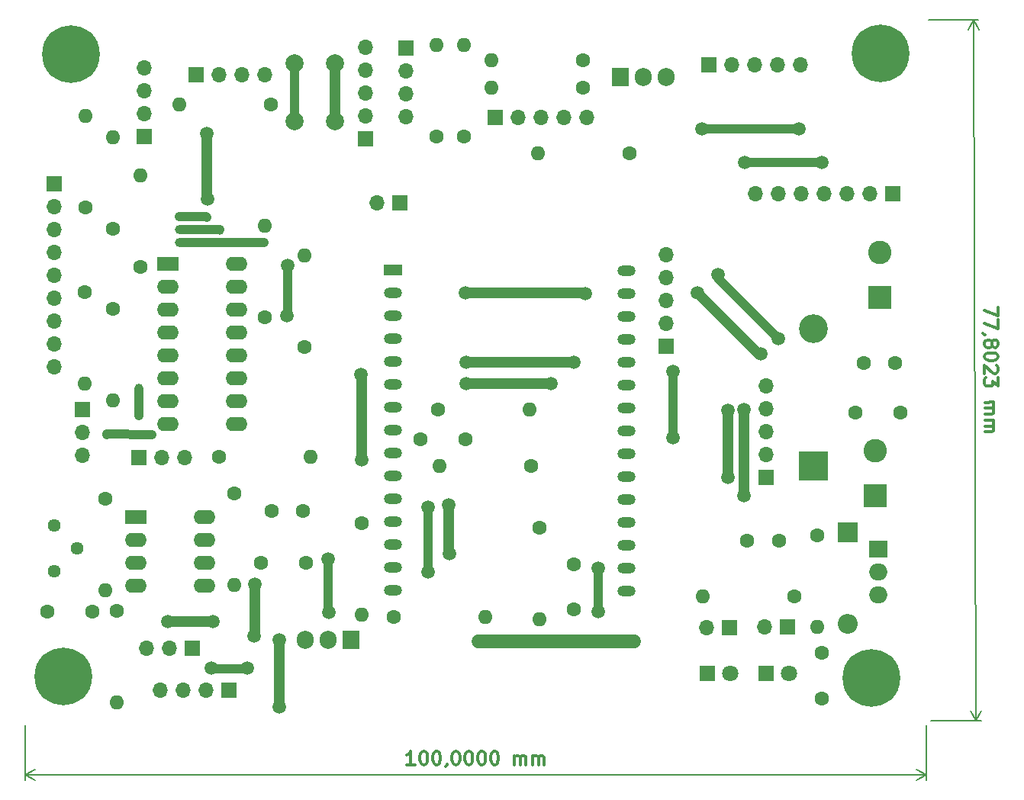
<source format=gbr>
%TF.GenerationSoftware,KiCad,Pcbnew,8.0.6*%
%TF.CreationDate,2024-11-06T08:04:58-03:00*%
%TF.ProjectId,EME,454d452e-6b69-4636-9164-5f7063625858,1.0*%
%TF.SameCoordinates,Original*%
%TF.FileFunction,Copper,L1,Top*%
%TF.FilePolarity,Positive*%
%FSLAX46Y46*%
G04 Gerber Fmt 4.6, Leading zero omitted, Abs format (unit mm)*
G04 Created by KiCad (PCBNEW 8.0.6) date 2024-11-06 08:04:58*
%MOMM*%
%LPD*%
G01*
G04 APERTURE LIST*
%ADD10C,0.300000*%
%TA.AperFunction,NonConductor*%
%ADD11C,0.300000*%
%TD*%
%TA.AperFunction,NonConductor*%
%ADD12C,0.200000*%
%TD*%
%TA.AperFunction,ComponentPad*%
%ADD13R,1.700000X1.700000*%
%TD*%
%TA.AperFunction,ComponentPad*%
%ADD14O,1.700000X1.700000*%
%TD*%
%TA.AperFunction,ComponentPad*%
%ADD15R,2.000000X1.200000*%
%TD*%
%TA.AperFunction,ComponentPad*%
%ADD16O,2.000000X1.200000*%
%TD*%
%TA.AperFunction,ComponentPad*%
%ADD17C,1.600000*%
%TD*%
%TA.AperFunction,ComponentPad*%
%ADD18R,2.400000X1.600000*%
%TD*%
%TA.AperFunction,ComponentPad*%
%ADD19O,2.400000X1.600000*%
%TD*%
%TA.AperFunction,ComponentPad*%
%ADD20R,2.600000X2.600000*%
%TD*%
%TA.AperFunction,ComponentPad*%
%ADD21C,2.600000*%
%TD*%
%TA.AperFunction,ComponentPad*%
%ADD22O,1.600000X1.600000*%
%TD*%
%TA.AperFunction,ComponentPad*%
%ADD23R,1.800000X1.800000*%
%TD*%
%TA.AperFunction,ComponentPad*%
%ADD24C,1.800000*%
%TD*%
%TA.AperFunction,ComponentPad*%
%ADD25R,2.200000X2.200000*%
%TD*%
%TA.AperFunction,ComponentPad*%
%ADD26O,2.200000X2.200000*%
%TD*%
%TA.AperFunction,ComponentPad*%
%ADD27C,0.800000*%
%TD*%
%TA.AperFunction,ComponentPad*%
%ADD28C,6.400000*%
%TD*%
%TA.AperFunction,ComponentPad*%
%ADD29R,2.000000X1.905000*%
%TD*%
%TA.AperFunction,ComponentPad*%
%ADD30O,2.000000X1.905000*%
%TD*%
%TA.AperFunction,ComponentPad*%
%ADD31R,1.905000X2.000000*%
%TD*%
%TA.AperFunction,ComponentPad*%
%ADD32O,1.905000X2.000000*%
%TD*%
%TA.AperFunction,ComponentPad*%
%ADD33R,3.200000X3.200000*%
%TD*%
%TA.AperFunction,ComponentPad*%
%ADD34O,3.200000X3.200000*%
%TD*%
%TA.AperFunction,ComponentPad*%
%ADD35C,2.000000*%
%TD*%
%TA.AperFunction,ComponentPad*%
%ADD36C,1.440000*%
%TD*%
%TA.AperFunction,ViaPad*%
%ADD37C,1.500000*%
%TD*%
%TA.AperFunction,ViaPad*%
%ADD38C,1.000000*%
%TD*%
%TA.AperFunction,Conductor*%
%ADD39C,1.200000*%
%TD*%
%TA.AperFunction,Conductor*%
%ADD40C,1.000000*%
%TD*%
%TA.AperFunction,Conductor*%
%ADD41C,1.500000*%
%TD*%
G04 APERTURE END LIST*
D10*
D11*
X140569598Y-52574161D02*
X140573032Y-53574155D01*
X140573032Y-53574155D02*
X139070833Y-52936454D01*
X140574504Y-54002724D02*
X140577939Y-55002718D01*
X140577939Y-55002718D02*
X139075740Y-54365017D01*
X139151584Y-55650478D02*
X139080156Y-55650723D01*
X139080156Y-55650723D02*
X138937054Y-55579785D01*
X138937054Y-55579785D02*
X138865381Y-55508603D01*
X139940237Y-56504917D02*
X140011175Y-56361815D01*
X140011175Y-56361815D02*
X140082358Y-56290142D01*
X140082358Y-56290142D02*
X140224969Y-56218223D01*
X140224969Y-56218223D02*
X140296397Y-56217978D01*
X140296397Y-56217978D02*
X140439498Y-56288915D01*
X140439498Y-56288915D02*
X140511172Y-56360098D01*
X140511172Y-56360098D02*
X140583091Y-56502709D01*
X140583091Y-56502709D02*
X140584072Y-56788422D01*
X140584072Y-56788422D02*
X140513135Y-56931523D01*
X140513135Y-56931523D02*
X140441952Y-57003197D01*
X140441952Y-57003197D02*
X140299341Y-57075116D01*
X140299341Y-57075116D02*
X140227913Y-57075361D01*
X140227913Y-57075361D02*
X140084811Y-57004423D01*
X140084811Y-57004423D02*
X140013138Y-56933241D01*
X140013138Y-56933241D02*
X139941219Y-56790630D01*
X139941219Y-56790630D02*
X139940237Y-56504917D01*
X139940237Y-56504917D02*
X139868319Y-56362306D01*
X139868319Y-56362306D02*
X139796645Y-56291123D01*
X139796645Y-56291123D02*
X139653544Y-56220186D01*
X139653544Y-56220186D02*
X139367831Y-56221167D01*
X139367831Y-56221167D02*
X139225220Y-56293086D01*
X139225220Y-56293086D02*
X139154037Y-56364759D01*
X139154037Y-56364759D02*
X139083100Y-56507861D01*
X139083100Y-56507861D02*
X139084081Y-56793574D01*
X139084081Y-56793574D02*
X139156000Y-56936185D01*
X139156000Y-56936185D02*
X139227673Y-57007367D01*
X139227673Y-57007367D02*
X139370775Y-57078305D01*
X139370775Y-57078305D02*
X139656487Y-57077324D01*
X139656487Y-57077324D02*
X139799098Y-57005405D01*
X139799098Y-57005405D02*
X139870281Y-56933731D01*
X139870281Y-56933731D02*
X139941219Y-56790630D01*
X140588243Y-58002700D02*
X140588733Y-58145556D01*
X140588733Y-58145556D02*
X140517796Y-58288658D01*
X140517796Y-58288658D02*
X140446613Y-58360331D01*
X140446613Y-58360331D02*
X140304002Y-58432250D01*
X140304002Y-58432250D02*
X140018535Y-58504659D01*
X140018535Y-58504659D02*
X139661394Y-58505886D01*
X139661394Y-58505886D02*
X139375436Y-58435439D01*
X139375436Y-58435439D02*
X139232335Y-58364502D01*
X139232335Y-58364502D02*
X139160661Y-58293319D01*
X139160661Y-58293319D02*
X139088742Y-58150708D01*
X139088742Y-58150708D02*
X139088252Y-58007852D01*
X139088252Y-58007852D02*
X139159189Y-57864750D01*
X139159189Y-57864750D02*
X139230372Y-57793077D01*
X139230372Y-57793077D02*
X139372983Y-57721158D01*
X139372983Y-57721158D02*
X139658450Y-57648748D01*
X139658450Y-57648748D02*
X140015591Y-57647522D01*
X140015591Y-57647522D02*
X140301549Y-57717968D01*
X140301549Y-57717968D02*
X140444650Y-57788906D01*
X140444650Y-57788906D02*
X140516324Y-57860089D01*
X140516324Y-57860089D02*
X140588243Y-58002700D01*
X140449066Y-59074612D02*
X140520740Y-59145795D01*
X140520740Y-59145795D02*
X140592659Y-59288406D01*
X140592659Y-59288406D02*
X140593885Y-59645547D01*
X140593885Y-59645547D02*
X140522948Y-59788648D01*
X140522948Y-59788648D02*
X140451765Y-59860322D01*
X140451765Y-59860322D02*
X140309154Y-59932241D01*
X140309154Y-59932241D02*
X140166298Y-59932731D01*
X140166298Y-59932731D02*
X139951768Y-59862039D01*
X139951768Y-59862039D02*
X139091686Y-59007845D01*
X139091686Y-59007845D02*
X139094876Y-59936411D01*
X140596584Y-60431256D02*
X140599773Y-61359822D01*
X140599773Y-61359822D02*
X140026631Y-60861788D01*
X140026631Y-60861788D02*
X140027367Y-61076072D01*
X140027367Y-61076072D02*
X139956429Y-61219174D01*
X139956429Y-61219174D02*
X139885247Y-61290847D01*
X139885247Y-61290847D02*
X139742636Y-61362766D01*
X139742636Y-61362766D02*
X139385495Y-61363993D01*
X139385495Y-61363993D02*
X139242393Y-61293055D01*
X139242393Y-61293055D02*
X139170720Y-61221872D01*
X139170720Y-61221872D02*
X139098801Y-61079261D01*
X139098801Y-61079261D02*
X139097329Y-60650692D01*
X139097329Y-60650692D02*
X139168266Y-60507591D01*
X139168266Y-60507591D02*
X139239449Y-60435917D01*
X139105916Y-63150677D02*
X140105910Y-63147242D01*
X139963053Y-63147733D02*
X140034727Y-63218916D01*
X140034727Y-63218916D02*
X140106646Y-63361527D01*
X140106646Y-63361527D02*
X140107382Y-63575811D01*
X140107382Y-63575811D02*
X140036444Y-63718913D01*
X140036444Y-63718913D02*
X139893833Y-63790832D01*
X139893833Y-63790832D02*
X139108124Y-63793530D01*
X139893833Y-63790832D02*
X140036935Y-63861769D01*
X140036935Y-63861769D02*
X140108854Y-64004380D01*
X140108854Y-64004380D02*
X140109590Y-64218665D01*
X140109590Y-64218665D02*
X140038652Y-64361766D01*
X140038652Y-64361766D02*
X139896041Y-64433685D01*
X139896041Y-64433685D02*
X139110332Y-64436384D01*
X139112785Y-65150665D02*
X140112779Y-65147231D01*
X139969923Y-65147721D02*
X140041596Y-65218904D01*
X140041596Y-65218904D02*
X140113515Y-65361515D01*
X140113515Y-65361515D02*
X140114251Y-65575800D01*
X140114251Y-65575800D02*
X140043313Y-65718901D01*
X140043313Y-65718901D02*
X139900703Y-65790820D01*
X139900703Y-65790820D02*
X139114993Y-65793519D01*
X139900703Y-65790820D02*
X140043804Y-65861757D01*
X140043804Y-65861757D02*
X140115723Y-66004368D01*
X140115723Y-66004368D02*
X140116459Y-66218653D01*
X140116459Y-66218653D02*
X140045521Y-66361755D01*
X140045521Y-66361755D02*
X139902910Y-66433673D01*
X139902910Y-66433673D02*
X139117201Y-66436372D01*
D12*
X133145535Y-98501069D02*
X138692013Y-98482019D01*
X132878312Y-20699250D02*
X138424790Y-20680200D01*
X138105597Y-98484033D02*
X137838374Y-20682214D01*
X138105597Y-98484033D02*
X137838374Y-20682214D01*
X138105597Y-98484033D02*
X137515311Y-97359550D01*
X138105597Y-98484033D02*
X138688145Y-97355522D01*
X137838374Y-20682214D02*
X138428660Y-21806697D01*
X137838374Y-20682214D02*
X137255826Y-21810725D01*
D10*
D11*
X75859825Y-103378328D02*
X75002682Y-103378328D01*
X75431253Y-103378328D02*
X75431253Y-101878328D01*
X75431253Y-101878328D02*
X75288396Y-102092614D01*
X75288396Y-102092614D02*
X75145539Y-102235471D01*
X75145539Y-102235471D02*
X75002682Y-102306900D01*
X76788396Y-101878328D02*
X76931253Y-101878328D01*
X76931253Y-101878328D02*
X77074110Y-101949757D01*
X77074110Y-101949757D02*
X77145539Y-102021185D01*
X77145539Y-102021185D02*
X77216967Y-102164042D01*
X77216967Y-102164042D02*
X77288396Y-102449757D01*
X77288396Y-102449757D02*
X77288396Y-102806900D01*
X77288396Y-102806900D02*
X77216967Y-103092614D01*
X77216967Y-103092614D02*
X77145539Y-103235471D01*
X77145539Y-103235471D02*
X77074110Y-103306900D01*
X77074110Y-103306900D02*
X76931253Y-103378328D01*
X76931253Y-103378328D02*
X76788396Y-103378328D01*
X76788396Y-103378328D02*
X76645539Y-103306900D01*
X76645539Y-103306900D02*
X76574110Y-103235471D01*
X76574110Y-103235471D02*
X76502681Y-103092614D01*
X76502681Y-103092614D02*
X76431253Y-102806900D01*
X76431253Y-102806900D02*
X76431253Y-102449757D01*
X76431253Y-102449757D02*
X76502681Y-102164042D01*
X76502681Y-102164042D02*
X76574110Y-102021185D01*
X76574110Y-102021185D02*
X76645539Y-101949757D01*
X76645539Y-101949757D02*
X76788396Y-101878328D01*
X78216967Y-101878328D02*
X78359824Y-101878328D01*
X78359824Y-101878328D02*
X78502681Y-101949757D01*
X78502681Y-101949757D02*
X78574110Y-102021185D01*
X78574110Y-102021185D02*
X78645538Y-102164042D01*
X78645538Y-102164042D02*
X78716967Y-102449757D01*
X78716967Y-102449757D02*
X78716967Y-102806900D01*
X78716967Y-102806900D02*
X78645538Y-103092614D01*
X78645538Y-103092614D02*
X78574110Y-103235471D01*
X78574110Y-103235471D02*
X78502681Y-103306900D01*
X78502681Y-103306900D02*
X78359824Y-103378328D01*
X78359824Y-103378328D02*
X78216967Y-103378328D01*
X78216967Y-103378328D02*
X78074110Y-103306900D01*
X78074110Y-103306900D02*
X78002681Y-103235471D01*
X78002681Y-103235471D02*
X77931252Y-103092614D01*
X77931252Y-103092614D02*
X77859824Y-102806900D01*
X77859824Y-102806900D02*
X77859824Y-102449757D01*
X77859824Y-102449757D02*
X77931252Y-102164042D01*
X77931252Y-102164042D02*
X78002681Y-102021185D01*
X78002681Y-102021185D02*
X78074110Y-101949757D01*
X78074110Y-101949757D02*
X78216967Y-101878328D01*
X79431252Y-103306900D02*
X79431252Y-103378328D01*
X79431252Y-103378328D02*
X79359823Y-103521185D01*
X79359823Y-103521185D02*
X79288395Y-103592614D01*
X80359824Y-101878328D02*
X80502681Y-101878328D01*
X80502681Y-101878328D02*
X80645538Y-101949757D01*
X80645538Y-101949757D02*
X80716967Y-102021185D01*
X80716967Y-102021185D02*
X80788395Y-102164042D01*
X80788395Y-102164042D02*
X80859824Y-102449757D01*
X80859824Y-102449757D02*
X80859824Y-102806900D01*
X80859824Y-102806900D02*
X80788395Y-103092614D01*
X80788395Y-103092614D02*
X80716967Y-103235471D01*
X80716967Y-103235471D02*
X80645538Y-103306900D01*
X80645538Y-103306900D02*
X80502681Y-103378328D01*
X80502681Y-103378328D02*
X80359824Y-103378328D01*
X80359824Y-103378328D02*
X80216967Y-103306900D01*
X80216967Y-103306900D02*
X80145538Y-103235471D01*
X80145538Y-103235471D02*
X80074109Y-103092614D01*
X80074109Y-103092614D02*
X80002681Y-102806900D01*
X80002681Y-102806900D02*
X80002681Y-102449757D01*
X80002681Y-102449757D02*
X80074109Y-102164042D01*
X80074109Y-102164042D02*
X80145538Y-102021185D01*
X80145538Y-102021185D02*
X80216967Y-101949757D01*
X80216967Y-101949757D02*
X80359824Y-101878328D01*
X81788395Y-101878328D02*
X81931252Y-101878328D01*
X81931252Y-101878328D02*
X82074109Y-101949757D01*
X82074109Y-101949757D02*
X82145538Y-102021185D01*
X82145538Y-102021185D02*
X82216966Y-102164042D01*
X82216966Y-102164042D02*
X82288395Y-102449757D01*
X82288395Y-102449757D02*
X82288395Y-102806900D01*
X82288395Y-102806900D02*
X82216966Y-103092614D01*
X82216966Y-103092614D02*
X82145538Y-103235471D01*
X82145538Y-103235471D02*
X82074109Y-103306900D01*
X82074109Y-103306900D02*
X81931252Y-103378328D01*
X81931252Y-103378328D02*
X81788395Y-103378328D01*
X81788395Y-103378328D02*
X81645538Y-103306900D01*
X81645538Y-103306900D02*
X81574109Y-103235471D01*
X81574109Y-103235471D02*
X81502680Y-103092614D01*
X81502680Y-103092614D02*
X81431252Y-102806900D01*
X81431252Y-102806900D02*
X81431252Y-102449757D01*
X81431252Y-102449757D02*
X81502680Y-102164042D01*
X81502680Y-102164042D02*
X81574109Y-102021185D01*
X81574109Y-102021185D02*
X81645538Y-101949757D01*
X81645538Y-101949757D02*
X81788395Y-101878328D01*
X83216966Y-101878328D02*
X83359823Y-101878328D01*
X83359823Y-101878328D02*
X83502680Y-101949757D01*
X83502680Y-101949757D02*
X83574109Y-102021185D01*
X83574109Y-102021185D02*
X83645537Y-102164042D01*
X83645537Y-102164042D02*
X83716966Y-102449757D01*
X83716966Y-102449757D02*
X83716966Y-102806900D01*
X83716966Y-102806900D02*
X83645537Y-103092614D01*
X83645537Y-103092614D02*
X83574109Y-103235471D01*
X83574109Y-103235471D02*
X83502680Y-103306900D01*
X83502680Y-103306900D02*
X83359823Y-103378328D01*
X83359823Y-103378328D02*
X83216966Y-103378328D01*
X83216966Y-103378328D02*
X83074109Y-103306900D01*
X83074109Y-103306900D02*
X83002680Y-103235471D01*
X83002680Y-103235471D02*
X82931251Y-103092614D01*
X82931251Y-103092614D02*
X82859823Y-102806900D01*
X82859823Y-102806900D02*
X82859823Y-102449757D01*
X82859823Y-102449757D02*
X82931251Y-102164042D01*
X82931251Y-102164042D02*
X83002680Y-102021185D01*
X83002680Y-102021185D02*
X83074109Y-101949757D01*
X83074109Y-101949757D02*
X83216966Y-101878328D01*
X84645537Y-101878328D02*
X84788394Y-101878328D01*
X84788394Y-101878328D02*
X84931251Y-101949757D01*
X84931251Y-101949757D02*
X85002680Y-102021185D01*
X85002680Y-102021185D02*
X85074108Y-102164042D01*
X85074108Y-102164042D02*
X85145537Y-102449757D01*
X85145537Y-102449757D02*
X85145537Y-102806900D01*
X85145537Y-102806900D02*
X85074108Y-103092614D01*
X85074108Y-103092614D02*
X85002680Y-103235471D01*
X85002680Y-103235471D02*
X84931251Y-103306900D01*
X84931251Y-103306900D02*
X84788394Y-103378328D01*
X84788394Y-103378328D02*
X84645537Y-103378328D01*
X84645537Y-103378328D02*
X84502680Y-103306900D01*
X84502680Y-103306900D02*
X84431251Y-103235471D01*
X84431251Y-103235471D02*
X84359822Y-103092614D01*
X84359822Y-103092614D02*
X84288394Y-102806900D01*
X84288394Y-102806900D02*
X84288394Y-102449757D01*
X84288394Y-102449757D02*
X84359822Y-102164042D01*
X84359822Y-102164042D02*
X84431251Y-102021185D01*
X84431251Y-102021185D02*
X84502680Y-101949757D01*
X84502680Y-101949757D02*
X84645537Y-101878328D01*
X86931250Y-103378328D02*
X86931250Y-102378328D01*
X86931250Y-102521185D02*
X87002679Y-102449757D01*
X87002679Y-102449757D02*
X87145536Y-102378328D01*
X87145536Y-102378328D02*
X87359822Y-102378328D01*
X87359822Y-102378328D02*
X87502679Y-102449757D01*
X87502679Y-102449757D02*
X87574108Y-102592614D01*
X87574108Y-102592614D02*
X87574108Y-103378328D01*
X87574108Y-102592614D02*
X87645536Y-102449757D01*
X87645536Y-102449757D02*
X87788393Y-102378328D01*
X87788393Y-102378328D02*
X88002679Y-102378328D01*
X88002679Y-102378328D02*
X88145536Y-102449757D01*
X88145536Y-102449757D02*
X88216965Y-102592614D01*
X88216965Y-102592614D02*
X88216965Y-103378328D01*
X88931250Y-103378328D02*
X88931250Y-102378328D01*
X88931250Y-102521185D02*
X89002679Y-102449757D01*
X89002679Y-102449757D02*
X89145536Y-102378328D01*
X89145536Y-102378328D02*
X89359822Y-102378328D01*
X89359822Y-102378328D02*
X89502679Y-102449757D01*
X89502679Y-102449757D02*
X89574108Y-102592614D01*
X89574108Y-102592614D02*
X89574108Y-103378328D01*
X89574108Y-102592614D02*
X89645536Y-102449757D01*
X89645536Y-102449757D02*
X89788393Y-102378328D01*
X89788393Y-102378328D02*
X90002679Y-102378328D01*
X90002679Y-102378328D02*
X90145536Y-102449757D01*
X90145536Y-102449757D02*
X90216965Y-102592614D01*
X90216965Y-102592614D02*
X90216965Y-103378328D01*
D12*
X132645538Y-99002786D02*
X132645538Y-105086420D01*
X32645538Y-99002786D02*
X32645538Y-105086420D01*
X132645538Y-104500000D02*
X32645538Y-104500000D01*
X132645538Y-104500000D02*
X32645538Y-104500000D01*
X132645538Y-104500000D02*
X131519034Y-105086421D01*
X132645538Y-104500000D02*
X131519034Y-103913579D01*
X32645538Y-104500000D02*
X33772042Y-103913579D01*
X32645538Y-104500000D02*
X33772042Y-105086421D01*
D13*
%TO.P,J3,1,Pin_1*%
%TO.N,+3.3V*%
X51140000Y-90470000D03*
D14*
%TO.P,J3,2,Pin_2*%
%TO.N,GND_G1*%
X48600000Y-90470000D03*
%TO.P,J3,3,Pin_3*%
%TO.N,Net-(J3-Pin_3)*%
X46060000Y-90470000D03*
%TD*%
D15*
%TO.P,U2,1,Enable*%
%TO.N,Rest*%
X73469000Y-48485000D03*
D16*
%TO.P,U2,2,Vp/ADC1_0/SenseVP*%
%TO.N,KY-004_Dg*%
X73469000Y-51025000D03*
%TO.P,U2,3,Vn/ADC1_3/SensVN*%
%TO.N,KY-004_An*%
X73469000Y-53565000D03*
%TO.P,U2,4,D34/ADC1_6*%
%TO.N,MQ135_Dg*%
X73469000Y-56105000D03*
%TO.P,U2,5,D35/ADC1_7*%
%TO.N,MQ135_An*%
X73469000Y-58645000D03*
%TO.P,U2,6,D32/ADC1_2/~*%
%TO.N,S0*%
X73469000Y-61185000D03*
%TO.P,U2,7,D33/ADC1_5/T8/~*%
%TO.N,S1*%
X73469000Y-63725000D03*
%TO.P,U2,8,D25/ADC2_8/DAC1/~*%
%TO.N,S2*%
X73469000Y-66265000D03*
%TO.P,U2,9,D26/ADC2_9/DAC2/~*%
%TO.N,Y*%
X73469000Y-68805000D03*
%TO.P,U2,10,D27/ADC2_7/T7/~*%
%TO.N,G2*%
X73469000Y-71345000D03*
%TO.P,U2,11,D14/ADC2_6/HSPI_CLK/T6/~*%
%TO.N,G1*%
X73469000Y-73885000D03*
%TO.P,U2,12,D12/ADC2_5/HSPI_Q/T5/~*%
%TO.N,GPIO12*%
X73469000Y-76425000D03*
%TO.P,U2,13,D13/ADC2_4/HSPI_ID/T4/~*%
%TO.N,GPIO13*%
X73469000Y-78965000D03*
%TO.P,U2,14,GND*%
%TO.N,GNDREF*%
X73469000Y-81505000D03*
%TO.P,U2,15,Vin(hasta12v)*%
%TO.N,+5V*%
X73469000Y-84045000D03*
%TO.P,U2,16,3v3*%
%TO.N,+3.3V*%
X99331000Y-84065000D03*
%TO.P,U2,17,GND*%
%TO.N,GNDREF*%
X99331000Y-81525000D03*
%TO.P,U2,18,D15/ADC2_3/HSPI_CS0/T3/~*%
%TO.N,DHT22*%
X99331000Y-78985000D03*
%TO.P,U2,19,D2/ADC2_2/HSPI_WP0/T2/~*%
%TO.N,D_hall*%
X99331000Y-76445000D03*
%TO.P,U2,20,D4/ADC2_0/HSPI_HD/T0/~*%
%TO.N,GPIO4*%
X99331000Y-73905000D03*
%TO.P,U2,21,RXD2/D16/~*%
%TO.N,RX2*%
X99331000Y-71365000D03*
%TO.P,U2,22,TXD2/D17/~*%
%TO.N,TX2*%
X99331000Y-68825000D03*
%TO.P,U2,23,D5/SS/V_SPI_CS0/~*%
%TO.N,SS*%
X99331000Y-66285000D03*
%TO.P,U2,24,D18/SCK/V_SPI_CLK/~*%
%TO.N,SCK*%
X99331000Y-63745000D03*
%TO.P,U2,25,D19/MISO/V_SPI_Q/CTS0/~*%
%TO.N,MISO*%
X99331000Y-61205000D03*
%TO.P,U2,26,D21/SDA/VSPI_HD/~*%
%TO.N,SDA*%
X99331000Y-58665000D03*
%TO.P,U2,27,D3/RXD0/CLK2/~*%
%TO.N,RX0*%
X99331000Y-56125000D03*
%TO.P,U2,28,D1/TXD0/CLK3/~*%
%TO.N,TX0*%
X99331000Y-53585000D03*
%TO.P,U2,29,D22/SCL/V_SPI_WP/RTS0/~*%
%TO.N,SCL*%
X99331000Y-51045000D03*
%TO.P,U2,30,D23/MOSI/V_SPI_D/~*%
%TO.N,MOSI*%
X99331000Y-48505000D03*
%TD*%
D13*
%TO.P,J17,1,Pin_1*%
%TO.N,GND_G1*%
X38970000Y-63970000D03*
D14*
%TO.P,J17,2,Pin_2*%
%TO.N,Net-(J17-Pin_2)*%
X38970000Y-66510000D03*
%TO.P,J17,3,Pin_3*%
%TO.N,+3.3V*%
X38970000Y-69050000D03*
%TD*%
D17*
%TO.P,C8,1*%
%TO.N,+3.3V*%
X93495000Y-86160000D03*
%TO.P,C8,2*%
%TO.N,GNDREF*%
X93495000Y-81160000D03*
%TD*%
D18*
%TO.P,U3,1,Pin_1*%
%TO.N,Net-(J2-Pin_5)*%
X48500000Y-47755000D03*
D19*
%TO.P,U3,2,Pin_2*%
%TO.N,Net-(J2-Pin_6)*%
X48500000Y-50295000D03*
%TO.P,U3,3,Pin_3*%
%TO.N,Net-(J2-Pin_7)*%
X48500000Y-52835000D03*
%TO.P,U3,4,Pin_4*%
%TO.N,Net-(J2-Pin_8)*%
X48500000Y-55375000D03*
%TO.P,U3,5,Pin_5*%
%TO.N,Net-(J16-Pin_1)*%
X48500000Y-57915000D03*
%TO.P,U3,6,Pin_6*%
%TO.N,Net-(J16-Pin_3)*%
X48500000Y-60455000D03*
%TO.P,U3,7,Pin_7*%
%TO.N,Net-(J17-Pin_2)*%
X48500000Y-62995000D03*
%TO.P,U3,8,Pin_8*%
%TO.N,GND_G1*%
X48500000Y-65535000D03*
%TO.P,U3,9,Pin_9*%
%TO.N,S2*%
X56120000Y-65535000D03*
%TO.P,U3,10,Pin_10*%
%TO.N,S1*%
X56120000Y-62995000D03*
%TO.P,U3,11,Pin_11*%
%TO.N,S0*%
X56120000Y-60455000D03*
%TO.P,U3,12,Pin_12*%
%TO.N,Net-(J2-Pin_1)*%
X56120000Y-57915000D03*
%TO.P,U3,13,Pin_13*%
%TO.N,Net-(J2-Pin_2)*%
X56120000Y-55375000D03*
%TO.P,U3,14,Pin_14*%
%TO.N,Net-(J2-Pin_3)*%
X56120000Y-52835000D03*
%TO.P,U3,15,Pin_15*%
%TO.N,Net-(J2-Pin_4)*%
X56120000Y-50295000D03*
%TO.P,U3,16,Pin_16*%
%TO.N,+3.3V*%
X56120000Y-47755000D03*
%TD*%
D13*
%TO.P,J19,1,Pin_1*%
%TO.N,GND_G2*%
X108475000Y-25680000D03*
D14*
%TO.P,J19,2,Pin_2*%
%TO.N,SDA*%
X111015000Y-25680000D03*
%TO.P,J19,3,Pin_3*%
%TO.N,SCL*%
X113555000Y-25680000D03*
%TO.P,J19,4,Pin_4*%
%TO.N,+3.3V*%
X116095000Y-25680000D03*
%TO.P,J19,5,Pin_5*%
%TO.N,+5V*%
X118635000Y-25680000D03*
%TD*%
D13*
%TO.P,J2,1,Pin_1*%
%TO.N,Net-(J2-Pin_1)*%
X35875000Y-38885000D03*
D14*
%TO.P,J2,2,Pin_2*%
%TO.N,Net-(J2-Pin_2)*%
X35875000Y-41425000D03*
%TO.P,J2,3,Pin_3*%
%TO.N,Net-(J2-Pin_3)*%
X35875000Y-43965000D03*
%TO.P,J2,4,Pin_4*%
%TO.N,Net-(J2-Pin_4)*%
X35875000Y-46505000D03*
%TO.P,J2,5,Pin_5*%
%TO.N,Net-(J2-Pin_5)*%
X35875000Y-49045000D03*
%TO.P,J2,6,Pin_6*%
%TO.N,Net-(J2-Pin_6)*%
X35875000Y-51585000D03*
%TO.P,J2,7,Pin_7*%
%TO.N,Net-(J2-Pin_7)*%
X35875000Y-54125000D03*
%TO.P,J2,8,Pin_8*%
%TO.N,Net-(J2-Pin_8)*%
X35875000Y-56665000D03*
%TO.P,J2,9,Pin_9*%
%TO.N,GND_G1*%
X35875000Y-59205000D03*
%TD*%
D20*
%TO.P,J5,1,Pin_1*%
%TO.N,GNDREF*%
X127500000Y-51500000D03*
D21*
%TO.P,J5,2,Pin_2*%
%TO.N,Net-(D1-A)*%
X127500000Y-46500000D03*
%TD*%
D13*
%TO.P,J7,1,Pin_1*%
%TO.N,+3.3V*%
X55235000Y-95110000D03*
D14*
%TO.P,J7,2,Pin_2*%
%TO.N,DHT22*%
X52695000Y-95110000D03*
%TO.P,J7,3,Pin_3*%
%TO.N,unconnected-(J7-Pin_3-Pad3)*%
X50155000Y-95110000D03*
%TO.P,J7,4,Pin_4*%
%TO.N,GND_G1*%
X47615000Y-95110000D03*
%TD*%
D13*
%TO.P,J16,1,Pin_1*%
%TO.N,Net-(J16-Pin_1)*%
X45220000Y-69310000D03*
D14*
%TO.P,J16,2,Pin_2*%
%TO.N,Y*%
X47760000Y-69310000D03*
%TO.P,J16,3,Pin_3*%
%TO.N,Net-(J16-Pin_3)*%
X50300000Y-69310000D03*
%TD*%
D17*
%TO.P,R14,1*%
%TO.N,Net-(J2-Pin_7)*%
X42375000Y-52755000D03*
D22*
%TO.P,R14,2*%
%TO.N,GND_G1*%
X42375000Y-62915000D03*
%TD*%
D17*
%TO.P,C3,1*%
%TO.N,+5V*%
X121000000Y-91000000D03*
%TO.P,C3,2*%
%TO.N,GNDREF*%
X121000000Y-96000000D03*
%TD*%
%TO.P,R15,1*%
%TO.N,Net-(J2-Pin_8)*%
X54170000Y-69235000D03*
D22*
%TO.P,R15,2*%
%TO.N,GND_G1*%
X64330000Y-69235000D03*
%TD*%
D23*
%TO.P,D3,1,K*%
%TO.N,GNDREF*%
X114840000Y-93250000D03*
D24*
%TO.P,D3,2,A*%
%TO.N,Net-(D3-A)*%
X117380000Y-93250000D03*
%TD*%
D13*
%TO.P,J11,1,Pin_1*%
%TO.N,GND_G2*%
X114880000Y-71500000D03*
D14*
%TO.P,J11,2,Pin_2*%
%TO.N,RX2*%
X114880000Y-68960000D03*
%TO.P,J11,3,Pin_3*%
%TO.N,TX2*%
X114880000Y-66420000D03*
%TO.P,J11,4,Pin_4*%
%TO.N,+5V*%
X114880000Y-63880000D03*
%TO.P,J11,5,Pin_5*%
%TO.N,+3.3V*%
X114880000Y-61340000D03*
%TD*%
D17*
%TO.P,R18,1*%
%TO.N,GNDREF*%
X69990000Y-76610000D03*
D22*
%TO.P,R18,2*%
%TO.N,Net-(Q1-G)*%
X69990000Y-86770000D03*
%TD*%
D13*
%TO.P,J13,1,Pin_1*%
%TO.N,GND_G2*%
X103790000Y-56890000D03*
D14*
%TO.P,J13,2,Pin_2*%
%TO.N,RX0*%
X103790000Y-54350000D03*
%TO.P,J13,3,Pin_3*%
%TO.N,TX0*%
X103790000Y-51810000D03*
%TO.P,J13,4,Pin_4*%
%TO.N,+5V*%
X103790000Y-49270000D03*
%TO.P,J13,5,Pin_5*%
%TO.N,+3.3V*%
X103790000Y-46730000D03*
%TD*%
D13*
%TO.P,J4,1,Pin_1*%
%TO.N,KY-004_An*%
X51590000Y-26770000D03*
D14*
%TO.P,J4,2,Pin_2*%
%TO.N,KY-004_Dg*%
X54130000Y-26770000D03*
%TO.P,J4,3,Pin_3*%
%TO.N,GND_G1*%
X56670000Y-26770000D03*
%TO.P,J4,4,Pin_4*%
%TO.N,+3.3V*%
X59210000Y-26770000D03*
%TD*%
D25*
%TO.P,D4,1,K*%
%TO.N,+BATT*%
X123920000Y-77610000D03*
D26*
%TO.P,D4,2,A*%
%TO.N,+5V*%
X123920000Y-87770000D03*
%TD*%
D13*
%TO.P,J1,1,Pin_1*%
%TO.N,+3.3V*%
X74910000Y-23805000D03*
D14*
%TO.P,J1,2,Pin_2*%
%TO.N,SCL*%
X74910000Y-26345000D03*
%TO.P,J1,3,Pin_3*%
%TO.N,SDA*%
X74910000Y-28885000D03*
%TO.P,J1,4,Pin_4*%
%TO.N,GND_G1*%
X74910000Y-31425000D03*
%TD*%
D13*
%TO.P,J18,1,Pin_1*%
%TO.N,+3.3V*%
X84820000Y-31560000D03*
D14*
%TO.P,J18,2,Pin_2*%
%TO.N,GPIO12*%
X87360000Y-31560000D03*
%TO.P,J18,3,Pin_3*%
%TO.N,GPIO13*%
X89900000Y-31560000D03*
%TO.P,J18,4,Pin_4*%
%TO.N,GPIO4*%
X92440000Y-31560000D03*
%TO.P,J18,5,Pin_5*%
%TO.N,GND_G2*%
X94980000Y-31560000D03*
%TD*%
D27*
%TO.P,H4,1*%
%TO.N,N/C*%
X125167056Y-24412944D03*
X125870000Y-22715888D03*
X125870000Y-26110000D03*
X127567056Y-22012944D03*
D28*
X127567056Y-24412944D03*
D27*
X127567056Y-26812944D03*
X129264112Y-22715888D03*
X129264112Y-26110000D03*
X129967056Y-24412944D03*
%TD*%
D17*
%TO.P,R6,1*%
%TO.N,SDA*%
X78300000Y-33600000D03*
D22*
%TO.P,R6,2*%
%TO.N,+3.3V*%
X78300000Y-23440000D03*
%TD*%
D17*
%TO.P,C6,1*%
%TO.N,+3.3V*%
X59960000Y-75240000D03*
%TO.P,C6,2*%
%TO.N,GND_G1*%
X63460000Y-75240000D03*
%TD*%
%TO.P,R7,1*%
%TO.N,DHT22*%
X89720000Y-77105000D03*
D22*
%TO.P,R7,2*%
%TO.N,+3.3V*%
X89720000Y-87265000D03*
%TD*%
D17*
%TO.P,R22,1*%
%TO.N,GND_G2*%
X94490000Y-25140000D03*
D22*
%TO.P,R22,2*%
%TO.N,GPIO13*%
X84330000Y-25140000D03*
%TD*%
D17*
%TO.P,C2,1*%
%TO.N,+BATT*%
X125680000Y-58830000D03*
%TO.P,C2,2*%
%TO.N,GNDREF*%
X129180000Y-58830000D03*
%TD*%
D27*
%TO.P,H2,1*%
%TO.N,N/C*%
X126520000Y-91335000D03*
X128217056Y-92037944D03*
X124822944Y-92037944D03*
X128920000Y-93735000D03*
D28*
X126520000Y-93735000D03*
D27*
X124120000Y-93735000D03*
X128217056Y-95432056D03*
X124822944Y-95432056D03*
X126520000Y-96135000D03*
%TD*%
D17*
%TO.P,R3,1*%
%TO.N,+5V*%
X117970000Y-84670000D03*
D22*
%TO.P,R3,2*%
%TO.N,Net-(J9-Pin_1)*%
X107810000Y-84670000D03*
%TD*%
D29*
%TO.P,U1,1,VI*%
%TO.N,+BATT*%
X127320000Y-79410000D03*
D30*
%TO.P,U1,2,GND*%
%TO.N,GNDREF*%
X127320000Y-81950000D03*
%TO.P,U1,3,VO*%
%TO.N,+5V*%
X127320000Y-84490000D03*
%TD*%
D17*
%TO.P,R9,1*%
%TO.N,Net-(J2-Pin_2)*%
X39350000Y-41490000D03*
D22*
%TO.P,R9,2*%
%TO.N,GND_G1*%
X39350000Y-31330000D03*
%TD*%
D31*
%TO.P,Q2,1,G*%
%TO.N,Net-(Q2-G)*%
X98680000Y-27020000D03*
D32*
%TO.P,Q2,2,D*%
%TO.N,GND_G2*%
X101220000Y-27020000D03*
%TO.P,Q2,3,S*%
%TO.N,GNDREF*%
X103760000Y-27020000D03*
%TD*%
D17*
%TO.P,R12,1*%
%TO.N,Net-(J2-Pin_5)*%
X45400000Y-48150000D03*
D22*
%TO.P,R12,2*%
%TO.N,GND_G1*%
X45400000Y-37990000D03*
%TD*%
D17*
%TO.P,C1,1*%
%TO.N,+BATT*%
X124740000Y-64290000D03*
%TO.P,C1,2*%
%TO.N,GNDREF*%
X129740000Y-64290000D03*
%TD*%
%TO.P,R20,1*%
%TO.N,Net-(Q2-G)*%
X88740000Y-70200000D03*
D22*
%TO.P,R20,2*%
%TO.N,G2*%
X78580000Y-70200000D03*
%TD*%
D33*
%TO.P,D1,1,K*%
%TO.N,+BATT*%
X120120000Y-70250000D03*
D34*
%TO.P,D1,2,A*%
%TO.N,Net-(D1-A)*%
X120120000Y-55010000D03*
%TD*%
D17*
%TO.P,R16,1*%
%TO.N,Rest*%
X59890000Y-30120000D03*
D22*
%TO.P,R16,2*%
%TO.N,+3.3V*%
X49730000Y-30120000D03*
%TD*%
D17*
%TO.P,R24,1*%
%TO.N,+BATT*%
X120520000Y-77910000D03*
D22*
%TO.P,R24,2*%
%TO.N,Net-(J20-Pin_1)*%
X120520000Y-88070000D03*
%TD*%
D17*
%TO.P,R8,1*%
%TO.N,Net-(J2-Pin_1)*%
X59230000Y-53740000D03*
D22*
%TO.P,R8,2*%
%TO.N,GND_G1*%
X59230000Y-43580000D03*
%TD*%
D20*
%TO.P,J8,1,Pin_1*%
%TO.N,+BATT*%
X126920000Y-73490000D03*
D21*
%TO.P,J8,2,Pin_2*%
%TO.N,GNDREF*%
X126920000Y-68490000D03*
%TD*%
D17*
%TO.P,C5,1*%
%TO.N,Net-(U5A-+)*%
X40090000Y-86360000D03*
%TO.P,C5,2*%
%TO.N,GND_G1*%
X35090000Y-86360000D03*
%TD*%
%TO.P,R11,1*%
%TO.N,Net-(J2-Pin_4)*%
X63590000Y-57030000D03*
D22*
%TO.P,R11,2*%
%TO.N,GND_G1*%
X63590000Y-46870000D03*
%TD*%
D17*
%TO.P,R10,1*%
%TO.N,Net-(J2-Pin_3)*%
X42360000Y-43880000D03*
D22*
%TO.P,R10,2*%
%TO.N,GND_G1*%
X42360000Y-33720000D03*
%TD*%
D27*
%TO.P,H1,1*%
%TO.N,N/C*%
X35295000Y-24510000D03*
X35997944Y-22812944D03*
X35997944Y-26207056D03*
X37695000Y-22110000D03*
D28*
X37695000Y-24510000D03*
D27*
X37695000Y-26910000D03*
X39392056Y-22812944D03*
X39392056Y-26207056D03*
X40095000Y-24510000D03*
%TD*%
D17*
%TO.P,R13,1*%
%TO.N,Net-(J2-Pin_6)*%
X39250000Y-50910000D03*
D22*
%TO.P,R13,2*%
%TO.N,GND_G1*%
X39250000Y-61070000D03*
%TD*%
D35*
%TO.P,SW1,1,1*%
%TO.N,GNDREF*%
X67020000Y-25480000D03*
X67020000Y-31980000D03*
%TO.P,SW1,2,2*%
%TO.N,Rest*%
X62520000Y-25480000D03*
X62520000Y-31980000D03*
%TD*%
D17*
%TO.P,C7,1*%
%TO.N,D_hall*%
X58830000Y-80950000D03*
%TO.P,C7,2*%
%TO.N,GND_G1*%
X63830000Y-80950000D03*
%TD*%
%TO.P,C4,1*%
%TO.N,+5V*%
X116250000Y-78500000D03*
%TO.P,C4,2*%
%TO.N,GNDREF*%
X112750000Y-78500000D03*
%TD*%
D18*
%TO.P,U5,1*%
%TO.N,Net-(U5B-+)*%
X44890000Y-75900000D03*
D19*
%TO.P,U5,2,-*%
%TO.N,Net-(U5A--)*%
X44890000Y-78440000D03*
%TO.P,U5,3,+*%
%TO.N,Net-(U5A-+)*%
X44890000Y-80980000D03*
%TO.P,U5,4,V-*%
%TO.N,GND_G1*%
X44890000Y-83520000D03*
%TO.P,U5,5,+*%
%TO.N,Net-(U5B-+)*%
X52510000Y-83520000D03*
%TO.P,U5,6,-*%
%TO.N,D_hall*%
X52510000Y-80980000D03*
%TO.P,U5,7*%
X52510000Y-78440000D03*
%TO.P,U5,8,V+*%
%TO.N,+3.3V*%
X52510000Y-75900000D03*
%TD*%
D31*
%TO.P,Q1,1,G*%
%TO.N,Net-(Q1-G)*%
X68806000Y-89535000D03*
D32*
%TO.P,Q1,2,D*%
%TO.N,GND_G1*%
X66266000Y-89535000D03*
%TO.P,Q1,3,S*%
%TO.N,GNDREF*%
X63726000Y-89535000D03*
%TD*%
D17*
%TO.P,R1,1*%
%TO.N,+3.3V*%
X41560000Y-73840000D03*
D22*
%TO.P,R1,2*%
%TO.N,Net-(U5A-+)*%
X41560000Y-84000000D03*
%TD*%
D13*
%TO.P,J6,1,Pin_1*%
%TO.N,ADDR*%
X70360000Y-33900000D03*
D14*
%TO.P,J6,2,Pin_2*%
%TO.N,GND_G1*%
X70360000Y-31360000D03*
%TO.P,J6,3,Pin_3*%
%TO.N,SDA*%
X70360000Y-28820000D03*
%TO.P,J6,4,Pin_4*%
%TO.N,SCL*%
X70360000Y-26280000D03*
%TO.P,J6,5,Pin_5*%
%TO.N,+3.3V*%
X70360000Y-23740000D03*
%TD*%
D36*
%TO.P,RV1,1,1*%
%TO.N,+3.3V*%
X35890000Y-76790000D03*
%TO.P,RV1,2,2*%
%TO.N,Net-(U5A--)*%
X38430000Y-79330000D03*
%TO.P,RV1,3,3*%
%TO.N,GND_G1*%
X35890000Y-81870000D03*
%TD*%
D13*
%TO.P,J9,1,Pin_1*%
%TO.N,Net-(J9-Pin_1)*%
X110750000Y-88160000D03*
D14*
%TO.P,J9,2,Pin_2*%
%TO.N,Net-(D2-A)*%
X108210000Y-88160000D03*
%TD*%
D13*
%TO.P,J20,1,Pin_1*%
%TO.N,Net-(J20-Pin_1)*%
X117180000Y-88110000D03*
D14*
%TO.P,J20,2,Pin_2*%
%TO.N,Net-(D3-A)*%
X114640000Y-88110000D03*
%TD*%
D17*
%TO.P,C9,1*%
%TO.N,Rest*%
X76500000Y-67230000D03*
%TO.P,C9,2*%
%TO.N,GNDREF*%
X81500000Y-67230000D03*
%TD*%
%TO.P,R23,1*%
%TO.N,GND_G2*%
X99730000Y-35480000D03*
D22*
%TO.P,R23,2*%
%TO.N,GPIO4*%
X89570000Y-35480000D03*
%TD*%
D17*
%TO.P,R17,1*%
%TO.N,Net-(Q1-G)*%
X73546000Y-86975000D03*
D22*
%TO.P,R17,2*%
%TO.N,G1*%
X83706000Y-86975000D03*
%TD*%
D23*
%TO.P,D2,1,K*%
%TO.N,GNDREF*%
X108310000Y-93250000D03*
D24*
%TO.P,D2,2,A*%
%TO.N,Net-(D2-A)*%
X110850000Y-93250000D03*
%TD*%
D13*
%TO.P,J10,1,Pin_1*%
%TO.N,GNDREF*%
X74240000Y-41020000D03*
D14*
%TO.P,J10,2,Pin_2*%
%TO.N,Rest*%
X71700000Y-41020000D03*
%TD*%
D17*
%TO.P,R4,1*%
%TO.N,Net-(U5A-+)*%
X42760000Y-86340000D03*
D22*
%TO.P,R4,2*%
%TO.N,Net-(J3-Pin_3)*%
X42760000Y-96500000D03*
%TD*%
D17*
%TO.P,R19,1*%
%TO.N,GNDREF*%
X78470000Y-63940000D03*
D22*
%TO.P,R19,2*%
%TO.N,Net-(Q2-G)*%
X88630000Y-63940000D03*
%TD*%
D17*
%TO.P,R2,1*%
%TO.N,+3.3V*%
X55810000Y-73285000D03*
D22*
%TO.P,R2,2*%
%TO.N,Net-(U5B-+)*%
X55810000Y-83445000D03*
%TD*%
D17*
%TO.P,R21,1*%
%TO.N,GND_G2*%
X94490000Y-28215000D03*
D22*
%TO.P,R21,2*%
%TO.N,GPIO12*%
X84330000Y-28215000D03*
%TD*%
D27*
%TO.P,H3,1*%
%TO.N,N/C*%
X34490000Y-93600000D03*
X35192944Y-91902944D03*
X35192944Y-95297056D03*
X36890000Y-91200000D03*
D28*
X36890000Y-93600000D03*
D27*
X36890000Y-96000000D03*
X38587056Y-91902944D03*
X38587056Y-95297056D03*
X39290000Y-93600000D03*
%TD*%
D13*
%TO.P,J12,1,Pin_1*%
%TO.N,SS*%
X128880000Y-40000000D03*
D14*
%TO.P,J12,2,Pin_2*%
%TO.N,SCK*%
X126340000Y-40000000D03*
%TO.P,J12,3,Pin_3*%
%TO.N,MOSI*%
X123800000Y-40000000D03*
%TO.P,J12,4,Pin_4*%
%TO.N,MISO*%
X121260000Y-40000000D03*
%TO.P,J12,5,Pin_5*%
%TO.N,GND_G2*%
X118720000Y-40000000D03*
%TO.P,J12,6,Pin_6*%
%TO.N,+5V*%
X116180000Y-40000000D03*
%TO.P,J12,7,Pin_7*%
%TO.N,+3.3V*%
X113640000Y-40000000D03*
%TD*%
D13*
%TO.P,J14,1,Pin_1*%
%TO.N,MQ135_An*%
X45820000Y-33670000D03*
D14*
%TO.P,J14,2,Pin_2*%
%TO.N,MQ135_Dg*%
X45820000Y-31130000D03*
%TO.P,J14,3,Pin_3*%
%TO.N,GND_G1*%
X45820000Y-28590000D03*
%TO.P,J14,4,Pin_4*%
%TO.N,+3.3V*%
X45820000Y-26050000D03*
%TD*%
D17*
%TO.P,R5,1*%
%TO.N,SCL*%
X81340000Y-33670000D03*
D22*
%TO.P,R5,2*%
%TO.N,+3.3V*%
X81340000Y-23510000D03*
%TD*%
D37*
%TO.N,GNDREF*%
X60840000Y-97010000D03*
X91000000Y-61050000D03*
X79620000Y-74500000D03*
X96220000Y-86420000D03*
X96260000Y-81580000D03*
X79670000Y-79950000D03*
X60860000Y-89550000D03*
X81540000Y-61050000D03*
%TO.N,+5V*%
X82931000Y-89725000D03*
X100231000Y-89725000D03*
X116200000Y-56080000D03*
X109500000Y-49000000D03*
%TO.N,+3.3V*%
X52820000Y-33330000D03*
X114230000Y-57760000D03*
X69960000Y-69580000D03*
X69920000Y-60090000D03*
X112430000Y-63990000D03*
X52890000Y-40600000D03*
X107260000Y-50980000D03*
X112410000Y-73480000D03*
%TO.N,D_hall*%
X58160000Y-83340000D03*
X58060000Y-89060000D03*
%TO.N,SCL*%
X81490000Y-51030000D03*
X94820000Y-51045000D03*
D38*
%TO.N,Net-(J2-Pin_2)*%
X52770000Y-42590000D03*
X49770000Y-42510000D03*
%TO.N,Net-(J2-Pin_3)*%
X49770000Y-43980000D03*
X54250000Y-44060000D03*
%TO.N,Net-(J2-Pin_4)*%
X59130000Y-45430000D03*
D37*
X61660000Y-53530000D03*
D38*
X49770000Y-45430000D03*
D37*
X61740000Y-47960000D03*
%TO.N,DHT22*%
X57295000Y-92685000D03*
X53292500Y-92662500D03*
D38*
%TO.N,GND_G1*%
X41720000Y-66670000D03*
D37*
X48450000Y-87460000D03*
X66280000Y-80580000D03*
X53430000Y-87500000D03*
D38*
X46690000Y-66760000D03*
D37*
X66310000Y-86480000D03*
%TO.N,GND_G2*%
X118470000Y-32760000D03*
X104520000Y-67110000D03*
X107760000Y-32760000D03*
X104520000Y-59690000D03*
X110640000Y-71500000D03*
X110620000Y-64000000D03*
%TO.N,SDA*%
X81540000Y-58700000D03*
X93500000Y-58665000D03*
%TO.N,MOSI*%
X112500000Y-36500000D03*
X121000000Y-36500000D03*
D38*
%TO.N,Net-(J16-Pin_1)*%
X45220000Y-61620000D03*
X45290000Y-64620000D03*
D37*
%TO.N,G1*%
X77360000Y-74770000D03*
X77340000Y-81960000D03*
%TD*%
D39*
%TO.N,GNDREF*%
X91000000Y-61050000D02*
X81540000Y-61050000D01*
D40*
X96220000Y-81620000D02*
X96260000Y-81580000D01*
D39*
X60915000Y-96935000D02*
X60840000Y-97010000D01*
X67020000Y-31980000D02*
X67020000Y-25480000D01*
X79620000Y-79900000D02*
X79670000Y-79950000D01*
D40*
X96220000Y-86420000D02*
X96220000Y-81620000D01*
D39*
X60840000Y-97010000D02*
X60840000Y-89570000D01*
X60840000Y-89570000D02*
X60860000Y-89550000D01*
X79620000Y-74500000D02*
X79620000Y-79900000D01*
D41*
%TO.N,+5V*%
X100231000Y-89725000D02*
X82931000Y-89725000D01*
D40*
X109500000Y-49380000D02*
X116200000Y-56080000D01*
X109500000Y-49000000D02*
X109500000Y-49380000D01*
D39*
%TO.N,+3.3V*%
X112410000Y-73480000D02*
X112410000Y-64010000D01*
X114040000Y-57760000D02*
X114230000Y-57760000D01*
X52820000Y-33330000D02*
X52820000Y-40530000D01*
X112410000Y-64010000D02*
X112430000Y-63990000D01*
X52820000Y-40530000D02*
X52890000Y-40600000D01*
X69960000Y-60130000D02*
X69920000Y-60090000D01*
X107260000Y-50980000D02*
X114040000Y-57760000D01*
X69960000Y-69580000D02*
X69960000Y-60130000D01*
%TO.N,D_hall*%
X58160000Y-83340000D02*
X58160000Y-88960000D01*
X58160000Y-88960000D02*
X58060000Y-89060000D01*
%TO.N,SCL*%
X94820000Y-51045000D02*
X94805000Y-51030000D01*
X94805000Y-51030000D02*
X81490000Y-51030000D01*
D40*
%TO.N,Net-(J2-Pin_2)*%
X52747670Y-42600000D02*
X52677670Y-42530000D01*
X52677670Y-42530000D02*
X49770000Y-42530000D01*
%TO.N,Net-(J2-Pin_3)*%
X49800000Y-43985000D02*
X54200000Y-43985000D01*
X54200000Y-43985000D02*
X54225000Y-44010000D01*
%TO.N,Net-(J2-Pin_4)*%
X61740000Y-53450000D02*
X61660000Y-53530000D01*
X59125000Y-45435000D02*
X59130000Y-45430000D01*
X61740000Y-47960000D02*
X61740000Y-53450000D01*
X59130000Y-45430000D02*
X49800000Y-45435000D01*
X59130000Y-45440000D02*
X59125000Y-45435000D01*
%TO.N,DHT22*%
X57250000Y-92730000D02*
X53360000Y-92730000D01*
X53360000Y-92730000D02*
X53292500Y-92662500D01*
X57295000Y-92685000D02*
X57250000Y-92730000D01*
D39*
%TO.N,GND_G1*%
X48450000Y-87460000D02*
X48490000Y-87500000D01*
D40*
X46690000Y-66760000D02*
X46575000Y-66735000D01*
X66280000Y-86450000D02*
X66310000Y-86480000D01*
X46525000Y-66735000D02*
X46690000Y-66760000D01*
D39*
X48490000Y-87500000D02*
X53430000Y-87500000D01*
D40*
X66280000Y-80580000D02*
X66280000Y-86450000D01*
X46550000Y-66735000D02*
X46525000Y-66735000D01*
X46575000Y-66735000D02*
X41720000Y-66670000D01*
X41720000Y-66670000D02*
X41700000Y-66735000D01*
%TO.N,Rest*%
X62520000Y-31980000D02*
X62520000Y-25480000D01*
%TO.N,GND_G2*%
X118470000Y-32760000D02*
X107760000Y-32760000D01*
X104520000Y-59690000D02*
X104520000Y-67110000D01*
D39*
X110640000Y-64020000D02*
X110620000Y-64000000D01*
X110640000Y-71500000D02*
X110640000Y-64020000D01*
%TO.N,SDA*%
X93495000Y-58670000D02*
X81570000Y-58670000D01*
X93500000Y-58665000D02*
X93495000Y-58670000D01*
X81570000Y-58670000D02*
X81540000Y-58700000D01*
D40*
%TO.N,MOSI*%
X121000000Y-36500000D02*
X112500000Y-36500000D01*
%TO.N,Net-(J16-Pin_1)*%
X45250000Y-64610000D02*
X45250000Y-61635000D01*
%TO.N,G1*%
X77340000Y-78440000D02*
X77340000Y-81960000D01*
X77360000Y-74770000D02*
X77360000Y-78420000D01*
X77360000Y-78420000D02*
X77340000Y-78440000D01*
%TD*%
M02*

</source>
